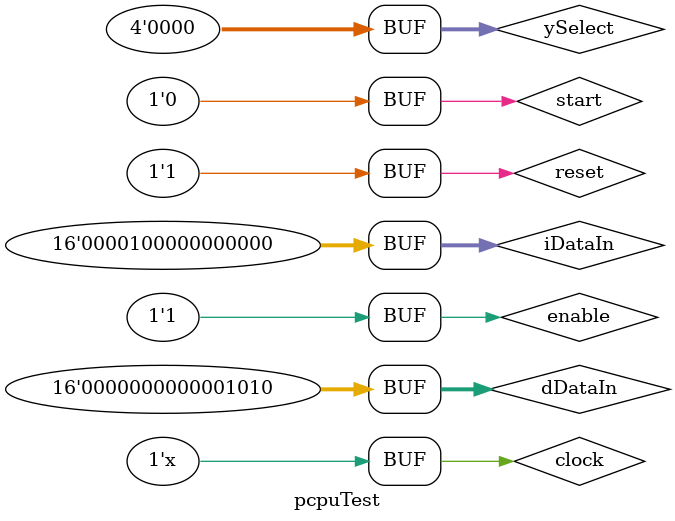
<source format=v>
`timescale 1ns / 1ps


 module pcpuTest;
//Operation
//000
parameter NOP   = 5'b00000; //c
parameter HALT  = 5'b00001; //c
parameter LOAD  = 5'b00010; // need data memory
parameter STORE = 5'b00011; // need data memory
//010
parameter ADD   = 5'b01000; //c
parameter ADDI  = 5'b01001; //c
//100/101
parameter LDIH  = 5'b10000; //c
parameter ADDC  = 5'b10001; //c
parameter SUB   = 5'b10010; //c
parameter SUBI  = 5'b10011; //c
parameter SUBC  = 5'b10100; //c
//011
parameter CMP   = 5'b01100; //c
parameter AND   = 5'b01101; //c
parameter OR    = 5'b01110; //---
parameter XOR   = 5'b01111; //---
//001
parameter SLL   = 5'b00100; //c
parameter SLA   = 5'b00101; //c
parameter SRL   = 5'b00110; //C
parameter SRA   = 5'b00111; //C
//110
parameter JUMP  = 5'b11000; //c
parameter JMPR  = 5'b11001; //c
parameter BZ    = 5'b11010; //c
parameter BNZ   = 5'b11011; //c
parameter BN    = 5'b11100; //c
parameter BNN   = 5'b11101; //c
parameter BC    = 5'b11110; //c
parameter BNC   = 5'b11111; //c


parameter GR0   = 3'b000;
parameter GR1   = 3'b001;
parameter GR2   = 3'b010;
parameter GR3   = 3'b011;
	// Inputs
	reg clock;
	reg enable;
	reg reset;
	reg start;
	reg [15:0] dDataIn;
	reg [15:0] iDataIn;
	reg [3:0] ySelect;

	// Outputs
	wire dWE;
	wire [7:0] dAddr;
	wire [7:0] iAddr;
	wire [15:0] dDataOut;
	wire [15:0] y;
  
	// Instantiate the Unit Under Test (UUT)
	pcpu uut (
		.clock(clock), 
		.enable(enable), 
		.reset(reset), 
		.start(start), 
		.dDataIn(dDataIn), 
		.iDataIn(iDataIn), 
		.ySelect(ySelect), 
		.dWE(dWE), 
		.dAddr(dAddr), 
		.iAddr(iAddr), 
		.dDataOut(dDataOut), 
		.y(y)
	);
	initial begin

		clock <= 0; enable <= 1; start <= 0;
		dDataIn <= 0;
		iDataIn <= 0;
		ySelect <= 0;
		// Initialize Inputs
    #10 reset <= 0;
		#10 reset <= 1;
		#10 enable <= 1; 
    #10 start <= 1; 
    #10 start <= 0;
        iDataIn <= {LOAD, GR1, 1'b0, GR0, 4'b0000};
		#10 iDataIn <= {JUMP, GR1, 8'b10000000};
		#10 iDataIn <= {JMPR, GR1, 8'b00010000};
		#10 iDataIn <= {BZ, GR1, 8'b00100000};
        dDataIn <= 16'h000A;
		#10 iDataIn <= {BNZ, GR1, 8'b00110000};
		#10 iDataIn <= {BN, GR1, 8'b01000000};
		#10 iDataIn <= {BNN, GR1, 8'b01010000};
		#10 iDataIn <= {BC, GR1, 8'b01100000};
		#10 iDataIn <= {BNC, GR1, 8'b01110000};
		#10 iDataIn <= {HALT, 11'b000_0000_0000};


	end
  always #5 clock <= ~clock;  
  
  initial begin
    $display("pc:-----------idir-----------:regA :regB :regC :da:dd :w:regC1:gr1  :gr2  :gr3  :cf:zf:nf");
        //      00:0000000000000000:0000:0000:0000:zz:zzzz:z:0000:0000:0000:0000
    //$monitor("%b:%h:%h:%b",iDataIn, dAddr, dDataOut, dWE);
    $monitor("%h:%b:%h:%h:%h:%h:%h:%b:%h:%h:%h:%h:%b:%b:%b",
      pcpuTest.uut.pc, pcpuTest.uut.idIr, pcpuTest.uut.regA, pcpuTest.uut.regB, pcpuTest.uut.regC,
      dAddr, dDataOut, dWE, 
      pcpuTest.uut.regC1, pcpuTest.uut.gr[1], pcpuTest.uut.gr[2], pcpuTest.uut.gr[3],
      pcpuTest.uut.cf, pcpuTest.uut.zf, pcpuTest.uut.nf,
      );//pcpuTest.uut.ALUo
  
  end
      
endmodule


</source>
